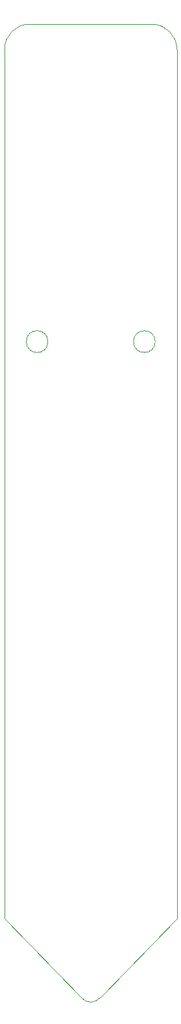
<source format=gbr>
G04 #@! TF.GenerationSoftware,KiCad,Pcbnew,7.0.9*
G04 #@! TF.CreationDate,2024-02-10T14:11:46+01:00*
G04 #@! TF.ProjectId,parasite,70617261-7369-4746-952e-6b696361645f,2.0.0*
G04 #@! TF.SameCoordinates,Original*
G04 #@! TF.FileFunction,Profile,NP*
%FSLAX46Y46*%
G04 Gerber Fmt 4.6, Leading zero omitted, Abs format (unit mm)*
G04 Created by KiCad (PCBNEW 7.0.9) date 2024-02-10 14:11:46*
%MOMM*%
%LPD*%
G01*
G04 APERTURE LIST*
G04 #@! TA.AperFunction,Profile*
%ADD10C,0.050000*%
G04 #@! TD*
G04 APERTURE END LIST*
D10*
X60000000Y-26750000D02*
X76000000Y-26750000D01*
X66750001Y-153249999D02*
G75*
G03*
X69250001Y-153249998I1249999J999997D01*
G01*
X66750000Y-153250000D02*
X56750000Y-143000000D01*
X69250000Y-153250000D02*
X79250000Y-143000000D01*
X56750000Y-30000000D02*
X56750000Y-143000000D01*
X79250000Y-143000000D02*
X79250000Y-30000000D01*
X76414214Y-68000000D02*
G75*
G03*
X76414214Y-68000000I-1414214J0D01*
G01*
X60000000Y-26750000D02*
G75*
G03*
X56750000Y-30000000I0J-3250000D01*
G01*
X62414214Y-68000000D02*
G75*
G03*
X62414214Y-68000000I-1414214J0D01*
G01*
X79250000Y-30000000D02*
G75*
G03*
X76000000Y-26750000I-3250000J0D01*
G01*
M02*

</source>
